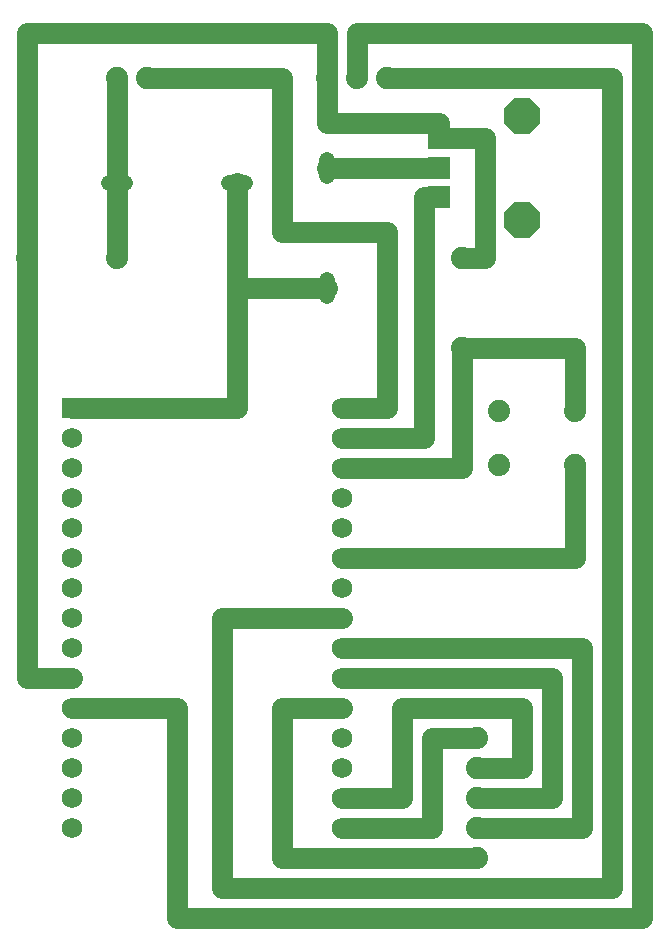
<source format=gbr>
G04 EAGLE Gerber RS-274X export*
G75*
%MOMM*%
%FSLAX34Y34*%
%LPD*%
%INTop Copper*%
%IPPOS*%
%AMOC8*
5,1,8,0,0,1.08239X$1,22.5*%
G01*
%ADD10R,1.750000X1.750000*%
%ADD11C,1.750000*%
%ADD12C,1.879600*%
%ADD13R,1.879600X1.879600*%
%ADD14P,3.247170X8X202.500000*%
%ADD15C,1.320800*%
%ADD16C,1.778000*%


D10*
X215900Y469900D03*
D11*
X215900Y444500D03*
X215900Y419100D03*
X215900Y393700D03*
X215900Y368300D03*
X215900Y342900D03*
X215900Y317500D03*
X215900Y292100D03*
X215900Y266700D03*
X215900Y241300D03*
X215900Y215900D03*
X215900Y190500D03*
X215900Y165100D03*
X215900Y139700D03*
X215900Y114300D03*
X444500Y114300D03*
X444500Y139700D03*
X444500Y165100D03*
X444500Y190500D03*
X444500Y215900D03*
X444500Y241300D03*
X444500Y266700D03*
X444500Y292100D03*
X444500Y317500D03*
X444500Y342900D03*
X444500Y368300D03*
X444500Y393700D03*
X444500Y419100D03*
X444500Y444500D03*
X444500Y469900D03*
D12*
X254000Y749300D03*
X279400Y749300D03*
X482600Y749300D03*
X457200Y749300D03*
X431800Y749300D03*
X558800Y190500D03*
X558800Y165100D03*
X558800Y139700D03*
X558800Y114300D03*
X558800Y88900D03*
X642112Y421894D03*
X577088Y421894D03*
X642112Y467106D03*
X577088Y467106D03*
D13*
X526900Y698100D03*
X526900Y673100D03*
X526900Y648100D03*
D14*
X596900Y717100D03*
X596900Y629100D03*
D12*
X254000Y596900D03*
X177800Y596900D03*
X546100Y520700D03*
X546100Y596900D03*
D15*
X362204Y660400D02*
X348996Y660400D01*
X260604Y660400D02*
X247396Y660400D01*
X431800Y578104D02*
X431800Y564896D01*
X431800Y666496D02*
X431800Y679704D01*
D16*
X355600Y660400D02*
X355600Y571500D01*
X431800Y571500D01*
X355600Y571500D02*
X355600Y469900D01*
X215900Y469900D01*
X526900Y698100D02*
X565150Y698100D01*
X565150Y596900D01*
X546100Y596900D01*
X215900Y241300D02*
X177800Y241300D01*
X177800Y596900D01*
X431800Y749300D02*
X431800Y787400D01*
X177800Y787400D01*
X177800Y596900D02*
X177800Y558800D01*
X177800Y596900D02*
X177800Y787400D01*
X526900Y711200D02*
X526900Y698100D01*
X526900Y711200D02*
X431800Y711200D01*
X431800Y749300D01*
X642112Y421894D02*
X642112Y342900D01*
X444500Y342900D01*
X482600Y469900D02*
X482600Y619125D01*
X482600Y469900D02*
X444500Y469900D01*
X482600Y619125D02*
X393700Y619125D01*
X393700Y749300D02*
X279400Y749300D01*
X393700Y749300D02*
X393700Y619125D01*
X444500Y444500D02*
X514200Y444500D01*
X514200Y648100D02*
X526900Y648100D01*
X514200Y648100D02*
X514200Y444500D01*
X546100Y419100D02*
X546100Y520700D01*
X546100Y419100D02*
X444500Y419100D01*
X642112Y467106D02*
X642112Y520700D01*
X546100Y520700D01*
X526900Y673100D02*
X431800Y673100D01*
X254000Y660400D02*
X254000Y596900D01*
X254000Y660400D02*
X254000Y749300D01*
X482600Y749300D02*
X673100Y749300D01*
X673100Y63500D02*
X342900Y63500D01*
X342900Y292100D02*
X444500Y292100D01*
X342900Y292100D02*
X342900Y63500D01*
X673100Y63500D02*
X673100Y749300D01*
X647700Y266700D02*
X444500Y266700D01*
X647700Y266700D02*
X647700Y114300D01*
X558800Y114300D01*
X622300Y241300D02*
X444500Y241300D01*
X622300Y241300D02*
X622300Y139700D01*
X558800Y139700D01*
X444500Y215900D02*
X393700Y215900D01*
X393700Y88900D01*
X558800Y88900D01*
X558800Y165100D02*
X596900Y165100D01*
X596900Y215900D01*
X495300Y215900D01*
X495300Y139700D02*
X444500Y139700D01*
X495300Y139700D02*
X495300Y215900D01*
X304800Y38100D02*
X698500Y38100D01*
X304800Y215900D02*
X215900Y215900D01*
X304800Y215900D02*
X304800Y38100D01*
X457200Y787400D02*
X698500Y787400D01*
X457200Y787400D02*
X457200Y749300D01*
X698500Y787400D02*
X698500Y38100D01*
X520700Y114300D02*
X444500Y114300D01*
X520700Y114300D02*
X520700Y190500D01*
X558800Y190500D01*
M02*

</source>
